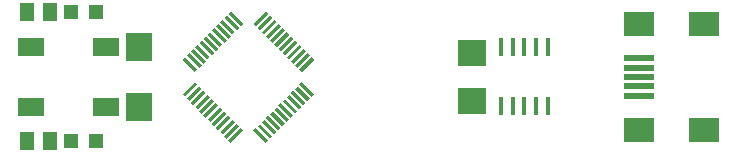
<source format=gbr>
G04 EAGLE Gerber RS-274X export*
G75*
%MOMM*%
%FSLAX34Y34*%
%LPD*%
%INSolderpaste Top*%
%IPPOS*%
%AMOC8*
5,1,8,0,0,1.08239X$1,22.5*%
G01*
%ADD10R,1.475000X0.300000*%
%ADD11R,2.500000X0.500000*%
%ADD12R,2.500000X2.000000*%
%ADD13R,2.489200X2.235200*%
%ADD14R,2.235200X2.489200*%
%ADD15R,1.200000X1.200000*%
%ADD16R,1.300000X1.500000*%
%ADD17R,2.300000X1.600000*%
%ADD18R,0.400000X1.499997*%


D10*
G36*
X259038Y120668D02*
X269467Y131097D01*
X271588Y128976D01*
X261159Y118547D01*
X259038Y120668D01*
G37*
G36*
X255502Y124203D02*
X265931Y134632D01*
X268052Y132511D01*
X257623Y122082D01*
X255502Y124203D01*
G37*
G36*
X251967Y127739D02*
X262396Y138168D01*
X264517Y136047D01*
X254088Y125618D01*
X251967Y127739D01*
G37*
G36*
X248431Y131274D02*
X258860Y141703D01*
X260981Y139582D01*
X250552Y129153D01*
X248431Y131274D01*
G37*
G36*
X244895Y134810D02*
X255324Y145239D01*
X257445Y143118D01*
X247016Y132689D01*
X244895Y134810D01*
G37*
G36*
X241360Y138345D02*
X251789Y148774D01*
X253910Y146653D01*
X243481Y136224D01*
X241360Y138345D01*
G37*
G36*
X237824Y141881D02*
X248253Y152310D01*
X250374Y150189D01*
X239945Y139760D01*
X237824Y141881D01*
G37*
G36*
X234289Y145416D02*
X244718Y155845D01*
X246839Y153724D01*
X236410Y143295D01*
X234289Y145416D01*
G37*
G36*
X230753Y148952D02*
X241182Y159381D01*
X243303Y157260D01*
X232874Y146831D01*
X230753Y148952D01*
G37*
G36*
X227218Y152488D02*
X237647Y162917D01*
X239768Y160796D01*
X229339Y150367D01*
X227218Y152488D01*
G37*
G36*
X223682Y156023D02*
X234111Y166452D01*
X236232Y164331D01*
X225803Y153902D01*
X223682Y156023D01*
G37*
G36*
X220147Y159559D02*
X230576Y169988D01*
X232697Y167867D01*
X222268Y157438D01*
X220147Y159559D01*
G37*
G36*
X209532Y157438D02*
X199103Y167867D01*
X201224Y169988D01*
X211653Y159559D01*
X209532Y157438D01*
G37*
G36*
X205997Y153902D02*
X195568Y164331D01*
X197689Y166452D01*
X208118Y156023D01*
X205997Y153902D01*
G37*
G36*
X202461Y150367D02*
X192032Y160796D01*
X194153Y162917D01*
X204582Y152488D01*
X202461Y150367D01*
G37*
G36*
X198926Y146831D02*
X188497Y157260D01*
X190618Y159381D01*
X201047Y148952D01*
X198926Y146831D01*
G37*
G36*
X195390Y143295D02*
X184961Y153724D01*
X187082Y155845D01*
X197511Y145416D01*
X195390Y143295D01*
G37*
G36*
X191855Y139760D02*
X181426Y150189D01*
X183547Y152310D01*
X193976Y141881D01*
X191855Y139760D01*
G37*
G36*
X188319Y136224D02*
X177890Y146653D01*
X180011Y148774D01*
X190440Y138345D01*
X188319Y136224D01*
G37*
G36*
X184784Y132689D02*
X174355Y143118D01*
X176476Y145239D01*
X186905Y134810D01*
X184784Y132689D01*
G37*
G36*
X181248Y129153D02*
X170819Y139582D01*
X172940Y141703D01*
X183369Y131274D01*
X181248Y129153D01*
G37*
G36*
X177712Y125618D02*
X167283Y136047D01*
X169404Y138168D01*
X179833Y127739D01*
X177712Y125618D01*
G37*
G36*
X174177Y122082D02*
X163748Y132511D01*
X165869Y134632D01*
X176298Y124203D01*
X174177Y122082D01*
G37*
G36*
X170641Y118547D02*
X160212Y128976D01*
X162333Y131097D01*
X172762Y120668D01*
X170641Y118547D01*
G37*
G36*
X160212Y99624D02*
X170641Y110053D01*
X172762Y107932D01*
X162333Y97503D01*
X160212Y99624D01*
G37*
G36*
X163748Y96089D02*
X174177Y106518D01*
X176298Y104397D01*
X165869Y93968D01*
X163748Y96089D01*
G37*
G36*
X167283Y92553D02*
X177712Y102982D01*
X179833Y100861D01*
X169404Y90432D01*
X167283Y92553D01*
G37*
G36*
X170819Y89018D02*
X181248Y99447D01*
X183369Y97326D01*
X172940Y86897D01*
X170819Y89018D01*
G37*
G36*
X174355Y85482D02*
X184784Y95911D01*
X186905Y93790D01*
X176476Y83361D01*
X174355Y85482D01*
G37*
G36*
X177890Y81947D02*
X188319Y92376D01*
X190440Y90255D01*
X180011Y79826D01*
X177890Y81947D01*
G37*
G36*
X181426Y78411D02*
X191855Y88840D01*
X193976Y86719D01*
X183547Y76290D01*
X181426Y78411D01*
G37*
G36*
X184961Y74876D02*
X195390Y85305D01*
X197511Y83184D01*
X187082Y72755D01*
X184961Y74876D01*
G37*
G36*
X188497Y71340D02*
X198926Y81769D01*
X201047Y79648D01*
X190618Y69219D01*
X188497Y71340D01*
G37*
G36*
X192032Y67804D02*
X202461Y78233D01*
X204582Y76112D01*
X194153Y65683D01*
X192032Y67804D01*
G37*
G36*
X195568Y64269D02*
X205997Y74698D01*
X208118Y72577D01*
X197689Y62148D01*
X195568Y64269D01*
G37*
G36*
X199103Y60733D02*
X209532Y71162D01*
X211653Y69041D01*
X201224Y58612D01*
X199103Y60733D01*
G37*
G36*
X230576Y58612D02*
X220147Y69041D01*
X222268Y71162D01*
X232697Y60733D01*
X230576Y58612D01*
G37*
G36*
X234111Y62148D02*
X223682Y72577D01*
X225803Y74698D01*
X236232Y64269D01*
X234111Y62148D01*
G37*
G36*
X237647Y65683D02*
X227218Y76112D01*
X229339Y78233D01*
X239768Y67804D01*
X237647Y65683D01*
G37*
G36*
X241182Y69219D02*
X230753Y79648D01*
X232874Y81769D01*
X243303Y71340D01*
X241182Y69219D01*
G37*
G36*
X244718Y72755D02*
X234289Y83184D01*
X236410Y85305D01*
X246839Y74876D01*
X244718Y72755D01*
G37*
G36*
X248253Y76290D02*
X237824Y86719D01*
X239945Y88840D01*
X250374Y78411D01*
X248253Y76290D01*
G37*
G36*
X251789Y79826D02*
X241360Y90255D01*
X243481Y92376D01*
X253910Y81947D01*
X251789Y79826D01*
G37*
G36*
X255324Y83361D02*
X244895Y93790D01*
X247016Y95911D01*
X257445Y85482D01*
X255324Y83361D01*
G37*
G36*
X258860Y86897D02*
X248431Y97326D01*
X250552Y99447D01*
X260981Y89018D01*
X258860Y86897D01*
G37*
G36*
X262396Y90432D02*
X251967Y100861D01*
X254088Y102982D01*
X264517Y92553D01*
X262396Y90432D01*
G37*
G36*
X265931Y93968D02*
X255502Y104397D01*
X257623Y106518D01*
X268052Y96089D01*
X265931Y93968D01*
G37*
G36*
X269467Y97503D02*
X259038Y107932D01*
X261159Y110053D01*
X271588Y99624D01*
X269467Y97503D01*
G37*
D11*
X546500Y114300D03*
X546500Y106300D03*
X546500Y130300D03*
X546500Y122300D03*
D12*
X601500Y159300D03*
X601500Y69300D03*
X546500Y159300D03*
X546500Y69300D03*
D11*
X546500Y98300D03*
D13*
X405130Y134620D03*
X405130Y93980D03*
D14*
X123190Y139700D03*
X123190Y88900D03*
D15*
X86700Y168910D03*
X65700Y168910D03*
X86700Y59690D03*
X65700Y59690D03*
D16*
X47600Y168910D03*
X28600Y168910D03*
X47600Y59690D03*
X28600Y59690D03*
D17*
X32000Y88900D03*
X95000Y88900D03*
X32000Y139700D03*
X95000Y139700D03*
D18*
X469580Y139301D03*
X449260Y139301D03*
X459580Y139301D03*
X439580Y139301D03*
X429580Y139301D03*
X429580Y89299D03*
X439580Y89299D03*
X449260Y89299D03*
X459580Y89299D03*
X469580Y89299D03*
M02*

</source>
